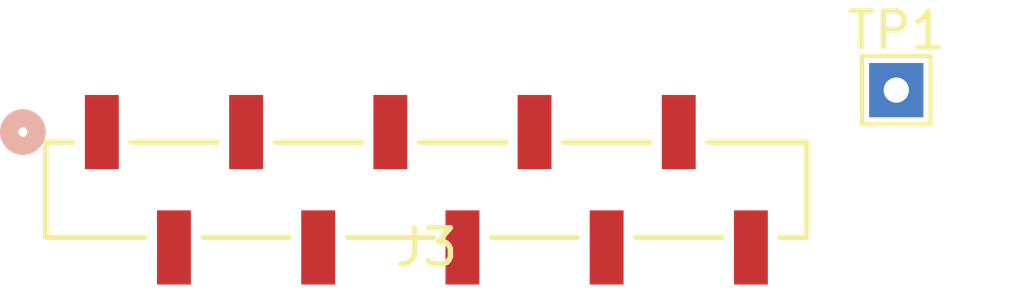
<source format=kicad_pcb>
(kicad_pcb (version 20240108) (generator "pcbnew") (generator_version "8.0")
  (layers (0 "F.Cu" signal) (31 "B.Cu" signal) (34 "B.Paste" user) (35 "F.Paste" user) (36 "B.SilkS" user "B.Silkscreen") (37 "F.SilkS" user "F.Silkscreen") (38 "B.Mask" user) (39 "F.Mask" user) (44 "Edge.Cuts" user))
  (net 0 "")
  (net 9 "/VCOM")
  (net 11 "Net-(JP1-A)")
  (footprint "footprints_crazyflie_connector:CONN10X1_NPPN101BFLC-RC_SUL" (layer "F.Cu") (at 65.3987 61.899956)
    (property "Reference" "J3" (at 0 1.599946 0) (layer "F.SilkS"))
    (property "Value" "Crazyflie Right")
    (fp_circle (center -11.1887 -1.600055) (end -10.8077 -1.600055) (stroke (width 0.508)) (fill none) (layer "B.SilkS"))
    (fp_line (start -10.5537 -1.3208) (end -10.5537 1.3208) (stroke (width 0.1524)) (layer "F.SilkS"))
    (fp_line (start -10.5537 1.3208) (end -7.802641 1.3208) (stroke (width 0.1524)) (layer "F.SilkS"))
    (fp_line (start -9.80264 -1.3208) (end -10.5537 -1.3208) (stroke (width 0.1524)) (layer "F.SilkS"))
    (fp_line (start -6.197361 1.3208) (end -3.802639 1.3208) (stroke (width 0.1524)) (layer "F.SilkS"))
    (fp_line (start -5.80264 -1.3208) (end -8.19736 -1.3208) (stroke (width 0.1524)) (layer "F.SilkS"))
    (fp_line (start -2.197359 1.3208) (end 0.197361 1.3208) (stroke (width 0.1524)) (layer "F.SilkS"))
    (fp_line (start -1.802641 -1.3208) (end -4.19736 -1.3208) (stroke (width 0.1524)) (layer "F.SilkS"))
    (fp_line (start 1.802641 1.3208) (end 4.19736 1.3208) (stroke (width 0.1524)) (layer "F.SilkS"))
    (fp_line (start 2.197359 -1.3208) (end -0.197361 -1.3208) (stroke (width 0.1524)) (layer "F.SilkS"))
    (fp_line (start 5.80264 1.3208) (end 8.19736 1.3208) (stroke (width 0.1524)) (layer "F.SilkS"))
    (fp_line (start 6.197359 -1.3208) (end 3.802639 -1.3208) (stroke (width 0.1524)) (layer "F.SilkS"))
    (fp_line (start 9.80264 1.3208) (end 10.5537 1.3208) (stroke (width 0.1524)) (layer "F.SilkS"))
    (fp_line (start 10.5537 -1.3208) (end 7.802639 -1.3208) (stroke (width 0.1524)) (layer "F.SilkS"))
    (fp_line (start 10.5537 1.3208) (end 10.5537 -1.3208) (stroke (width 0.1524)) (layer "F.SilkS"))
    (fp_circle (center -11.1887 -1.600055) (end -10.8077 -1.600055) (stroke (width 0.508)) (fill none) (layer "F.SilkS"))
    (pad "1" smd rect (at -9 -1.600055) (size 0.9398 2.0574) (layers "F.Cu" "F.Paste" "F.Mask"))
    (pad "2" smd rect (at -7.000001 1.599946) (size 0.9398 2.0574) (layers "F.Cu" "F.Paste" "F.Mask"))
    (pad "3" smd rect (at -5 -1.600055) (size 0.9398 2.0574) (layers "F.Cu" "F.Paste" "F.Mask"))
    (pad "4" smd rect (at -2.999999 1.599946) (size 0.9398 2.0574) (layers "F.Cu" "F.Paste" "F.Mask"))
    (pad "5" smd rect (at -1.000001 -1.600055) (size 0.9398 2.0574) (layers "F.Cu" "F.Paste" "F.Mask"))
    (pad "6" smd rect (at 1.000001 1.599946) (size 0.9398 2.0574) (layers "F.Cu" "F.Paste" "F.Mask"))
    (pad "7" smd rect (at 2.999999 -1.600055) (size 0.9398 2.0574) (layers "F.Cu" "F.Paste" "F.Mask"))
    (pad "8" smd rect (at 5 1.599946) (size 0.9398 2.0574) (layers "F.Cu" "F.Paste" "F.Mask"))
    (pad "9" smd rect (at 6.999999 -1.600055) (size 0.9398 2.0574) (layers "F.Cu" "F.Paste" "F.Mask") (net 9 "/VCOM"))
    (pad "10" smd rect (at 9 1.599946) (size 0.9398 2.0574) (layers "F.Cu" "F.Paste" "F.Mask"))
  )
  (footprint "TestPoint:TestPoint_THTPad_1.5x1.5mm_Drill0.7mm" (layer "F.Cu") (at 78.43 59.136)
    (property "Reference" "TP1" (at 0 -1.648 0) (layer "F.SilkS"))
    (property "Value" "Vout LDO")
    (fp_line (start -0.95 -0.95) (end 0.95 -0.95) (stroke (width 0.12)) (layer "F.SilkS"))
    (fp_line (start -0.95 0.95) (end -0.95 -0.95) (stroke (width 0.12)) (layer "F.SilkS"))
    (fp_line (start 0.95 -0.95) (end 0.95 0.95) (stroke (width 0.12)) (layer "F.SilkS"))
    (fp_line (start 0.95 0.95) (end -0.95 0.95) (stroke (width 0.12)) (layer "F.SilkS"))
    (pad "1" thru_hole rect (at 0 0) (size 1.5 1.5) (drill 0.7) (layers "*.Cu" "*.Mask") (net 11 "Net-(JP1-A)"))
  )
)
</source>
